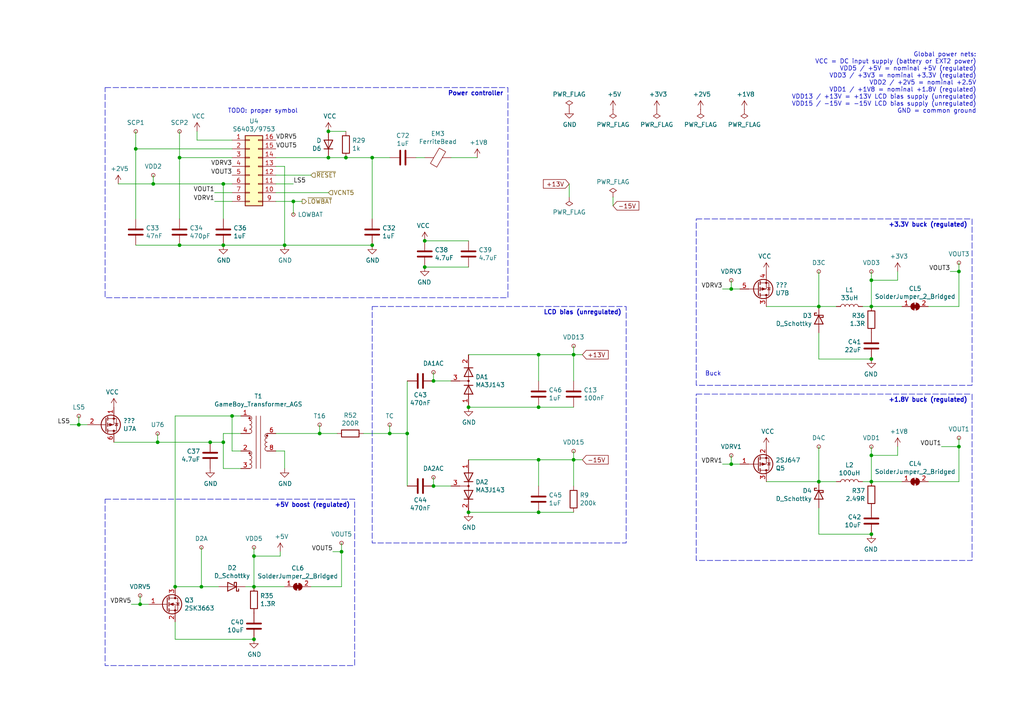
<source format=kicad_sch>
(kicad_sch (version 20230121) (generator eeschema)
  (paper "A4")
  (title_block (title "AGS-CPU-11") (date "2022-01-02") (rev "D") (company "https://gekkio.fi") (comment 1 "https://github.com/Gekkio/gb-schematics"))
  (lib_symbols
    (symbol "Connector:TestPoint_Small" (pin_numbers hide) (pin_names (offset 0.762) hide)
      (property "Reference" "TP" (at 0 3.81 0))
      (property "Value" "TestPoint_Small" (at 0 2.032 0))
      (symbol "TestPoint_Small_0_1"
        (circle (center 0 0) (radius 0.508))
      )
      (symbol "TestPoint_Small_1_1"
        (pin passive line (at 0 0 90) (length 0) (name "1") (number "1"))
      )
    )
    (symbol "Connector_Generic:Conn_02x08_Counter_Clockwise" (pin_names (offset 1.016) hide)
      (property "Reference" "J" (at 1.27 10.16 0))
      (property "Value" "Conn_02x08_Counter_Clockwise" (at 1.27 -12.7 0))
      (symbol "Conn_02x08_Counter_Clockwise_1_1"
        (rectangle (start -1.27 -10.033) (end 0 -10.287) (stroke (width 0.1524)))
        (rectangle (start -1.27 -7.493) (end 0 -7.747) (stroke (width 0.1524)))
        (rectangle (start -1.27 -4.953) (end 0 -5.207) (stroke (width 0.1524)))
        (rectangle (start -1.27 -2.413) (end 0 -2.667) (stroke (width 0.1524)))
        (rectangle (start -1.27 0.127) (end 0 -0.127) (stroke (width 0.1524)))
        (rectangle (start -1.27 2.667) (end 0 2.413) (stroke (width 0.1524)))
        (rectangle (start -1.27 5.207) (end 0 4.953) (stroke (width 0.1524)))
        (rectangle (start -1.27 7.747) (end 0 7.493) (stroke (width 0.1524)))
        (rectangle (start -1.27 8.89) (end 3.81 -11.43) (stroke (width 0.254)) (fill (type background)))
        (rectangle (start 3.81 -10.033) (end 2.54 -10.287) (stroke (width 0.1524)))
        (rectangle (start 3.81 -7.493) (end 2.54 -7.747) (stroke (width 0.1524)))
        (rectangle (start 3.81 -4.953) (end 2.54 -5.207) (stroke (width 0.1524)))
        (rectangle (start 3.81 -2.413) (end 2.54 -2.667) (stroke (width 0.1524)))
        (rectangle (start 3.81 0.127) (end 2.54 -0.127) (stroke (width 0.1524)))
        (rectangle (start 3.81 2.667) (end 2.54 2.413) (stroke (width 0.1524)))
        (rectangle (start 3.81 5.207) (end 2.54 4.953) (stroke (width 0.1524)))
        (rectangle (start 3.81 7.747) (end 2.54 7.493) (stroke (width 0.1524)))
        (pin passive line (at -5.08 7.62 0) (length 3.81) (name "Pin_1") (number "1"))
        (pin passive line (at 7.62 -7.62 180) (length 3.81) (name "Pin_10") (number "10"))
        (pin passive line (at 7.62 -5.08 180) (length 3.81) (name "Pin_11") (number "11"))
        (pin passive line (at 7.62 -2.54 180) (length 3.81) (name "Pin_12") (number "12"))
        (pin passive line (at 7.62 0 180) (length 3.81) (name "Pin_13") (number "13"))
        (pin passive line (at 7.62 2.54 180) (length 3.81) (name "Pin_14") (number "14"))
        (pin passive line (at 7.62 5.08 180) (length 3.81) (name "Pin_15") (number "15"))
        (pin passive line (at 7.62 7.62 180) (length 3.81) (name "Pin_16") (number "16"))
        (pin passive line (at -5.08 5.08 0) (length 3.81) (name "Pin_2") (number "2"))
        (pin passive line (at -5.08 2.54 0) (length 3.81) (name "Pin_3") (number "3"))
        (pin passive line (at -5.08 0 0) (length 3.81) (name "Pin_4") (number "4"))
        (pin passive line (at -5.08 -2.54 0) (length 3.81) (name "Pin_5") (number "5"))
        (pin passive line (at -5.08 -5.08 0) (length 3.81) (name "Pin_6") (number "6"))
        (pin passive line (at -5.08 -7.62 0) (length 3.81) (name "Pin_7") (number "7"))
        (pin passive line (at -5.08 -10.16 0) (length 3.81) (name "Pin_8") (number "8"))
        (pin passive line (at 7.62 -10.16 180) (length 3.81) (name "Pin_9") (number "9"))
      )
    )
    (symbol "Device:C" (pin_numbers hide) (pin_names (offset 0.254))
      (property "Reference" "C" (at 0.635 2.54 0))
      (property "Value" "C" (at 0.635 -2.54 0))
      (symbol "C_0_1"
        (polyline (pts (xy -2.032 -0.762) (xy 2.032 -0.762)) (stroke (width 0.508)))
        (polyline (pts (xy -2.032 0.762) (xy 2.032 0.762)) (stroke (width 0.508)))
      )
      (symbol "C_1_1"
        (pin passive line (at 0 3.81 270) (length 2.794) (name "~") (number "1"))
        (pin passive line (at 0 -3.81 90) (length 2.794) (name "~") (number "2"))
      )
    )
    (symbol "Device:D" (pin_numbers hide) (pin_names (offset 1.016) hide)
      (property "Reference" "D" (at 0 2.54 0))
      (property "Value" "D" (at 0 -2.54 0))
      (symbol "D_0_1"
        (polyline (pts (xy -1.27 1.27) (xy -1.27 -1.27)) (stroke (width 0.254)))
        (polyline (pts (xy 1.27 0) (xy -1.27 0)))
        (polyline (pts (xy 1.27 1.27) (xy 1.27 -1.27) (xy -1.27 0) (xy 1.27 1.27)) (stroke (width 0.254)))
      )
      (symbol "D_1_1"
        (pin passive line (at -3.81 0 0) (length 2.54) (name "K") (number "1"))
        (pin passive line (at 3.81 0 180) (length 2.54) (name "A") (number "2"))
      )
    )
    (symbol "Device:D_Dual_Series_AKC" (pin_names (offset 0.762) hide)
      (property "Reference" "D" (at 1.27 -2.54 0))
      (property "Value" "D_Dual_Series_AKC" (at 0 2.54 0))
      (symbol "D_Dual_Series_AKC_0_1"
        (polyline (pts (xy -3.81 0) (xy 3.81 0)))
        (polyline (pts (xy 0 0) (xy 0 -2.54)))
        (polyline (pts (xy 6.35 0) (xy 7.62 0)))
        (polyline (pts (xy -1.27 -1.27) (xy -1.27 1.27) (xy -1.27 1.27)) (stroke (width 0.254)))
        (polyline (pts (xy 3.81 1.27) (xy 3.81 -1.27) (xy 3.81 -1.27)) (stroke (width 0.254)))
        (polyline (pts (xy -3.81 1.27) (xy -1.27 0) (xy -3.81 -1.27) (xy -3.81 1.27) (xy -3.81 1.27) (xy -3.81 1.27)) (stroke (width 0.254)))
        (polyline (pts (xy 1.27 1.27) (xy 3.81 0) (xy 1.27 -1.27) (xy 1.27 1.27) (xy 1.27 1.27) (xy 1.27 1.27)) (stroke (width 0.254)))
        (circle (center 0 0) (radius 0.254) (fill (type outline)))
        (pin passive line (at -7.62 0 0) (length 3.81) (name "A") (number "1"))
        (pin passive line (at 7.62 0 180) (length 3.81) (name "K") (number "2"))
        (pin passive line (at 0 -5.08 90) (length 2.54) (name "common") (number "3"))
      )
    )
    (symbol "Device:D_Schottky" (pin_numbers hide) (pin_names (offset 1.016) hide)
      (property "Reference" "D" (at 0 2.54 0))
      (property "Value" "D_Schottky" (at 0 -2.54 0))
      (symbol "D_Schottky_0_1"
        (polyline (pts (xy 1.27 0) (xy -1.27 0)))
        (polyline (pts (xy 1.27 1.27) (xy 1.27 -1.27) (xy -1.27 0) (xy 1.27 1.27)) (stroke (width 0.254)))
        (polyline (pts (xy -1.905 0.635) (xy -1.905 1.27) (xy -1.27 1.27) (xy -1.27 -1.27) (xy -0.635 -1.27) (xy -0.635 -0.635)) (stroke (width 0.254)))
      )
      (symbol "D_Schottky_1_1"
        (pin passive line (at -3.81 0 0) (length 2.54) (name "K") (number "1"))
        (pin passive line (at 3.81 0 180) (length 2.54) (name "A") (number "2"))
      )
    )
    (symbol "Device:FerriteBead" (pin_numbers hide) (pin_names (offset 0))
      (property "Reference" "FB" (at -3.81 0.635 90))
      (property "Value" "FerriteBead" (at 3.81 0 90))
      (symbol "FerriteBead_0_1"
        (polyline (pts (xy 0 -1.27) (xy 0 -1.2192)))
        (polyline (pts (xy 0 1.27) (xy 0 1.2954)))
        (polyline (pts (xy -2.7686 0.4064) (xy -1.7018 2.2606) (xy 2.7686 -0.3048) (xy 1.6764 -2.159) (xy -2.7686 0.4064)))
      )
      (symbol "FerriteBead_1_1"
        (pin passive line (at 0 3.81 270) (length 2.54) (name "~") (number "1"))
        (pin passive line (at 0 -3.81 90) (length 2.54) (name "~") (number "2"))
      )
    )
    (symbol "Device:L" (pin_numbers hide) (pin_names (offset 1.016) hide)
      (property "Reference" "L" (at -1.27 0 90))
      (property "Value" "L" (at 1.905 0 90))
      (symbol "L_0_1"
        (arc (start 0 -2.54) (mid 0.6323 -1.905) (end 0 -1.27))
        (arc (start 0 -1.27) (mid 0.6323 -0.635) (end 0 0))
        (arc (start 0 0) (mid 0.6323 0.635) (end 0 1.27))
        (arc (start 0 1.27) (mid 0.6323 1.905) (end 0 2.54))
      )
      (symbol "L_1_1"
        (pin passive line (at 0 3.81 270) (length 1.27) (name "1") (number "1"))
        (pin passive line (at 0 -3.81 90) (length 1.27) (name "2") (number "2"))
      )
    )
    (symbol "Device:Q_Dual_PMOS_S1G1D2S2G2D1" (pin_names (offset 0) hide)
      (property "Reference" "Q" (at 6.35 1.27 0))
      (property "Value" "Q_Dual_PMOS_S1G1D2S2G2D1" (at 19.05 -1.27 0))
      (symbol "Q_Dual_PMOS_S1G1D2S2G2D1_0_1"
        (polyline (pts (xy 0.254 0) (xy -2.54 0)))
        (polyline (pts (xy 0.254 1.905) (xy 0.254 -1.905)) (stroke (width 0.254)))
        (polyline (pts (xy 0.762 -1.27) (xy 0.762 -2.286)) (stroke (width 0.254)))
        (polyline (pts (xy 0.762 0.508) (xy 0.762 -0.508)) (stroke (width 0.254)))
        (polyline (pts (xy 0.762 2.286) (xy 0.762 1.27)) (stroke (width 0.254)))
        (polyline (pts (xy 2.54 2.54) (xy 2.54 1.778)))
        (polyline (pts (xy 2.54 -2.54) (xy 2.54 0) (xy 0.762 0)))
        (polyline (pts (xy 0.762 1.778) (xy 3.302 1.778) (xy 3.302 -1.778) (xy 0.762 -1.778)))
        (polyline (pts (xy 2.286 0) (xy 1.27 0.381) (xy 1.27 -0.381) (xy 2.286 0)) (fill (type outline)))
        (polyline (pts (xy 2.794 -0.508) (xy 2.921 -0.381) (xy 3.683 -0.381) (xy 3.81 -0.254)))
        (polyline (pts (xy 3.302 -0.381) (xy 2.921 0.254) (xy 3.683 0.254) (xy 3.302 -0.381)))
        (circle (center 1.651 0) (radius 2.794) (stroke (width 0.254)))
        (circle (center 2.54 -1.778) (radius 0.254) (fill (type outline)))
        (circle (center 2.54 1.778) (radius 0.254) (fill (type outline)))
      )
      (symbol "Q_Dual_PMOS_S1G1D2S2G2D1_1_1"
        (pin passive line (at 2.54 -5.08 90) (length 2.54) (name "S") (number "1"))
        (pin input line (at -5.08 0 0) (length 2.54) (name "G") (number "2"))
        (pin passive line (at 2.54 5.08 270) (length 2.54) (name "D") (number "6"))
      )
      (symbol "Q_Dual_PMOS_S1G1D2S2G2D1_2_1"
        (pin passive line (at 2.54 5.08 270) (length 2.54) (name "D") (number "3"))
        (pin passive line (at 2.54 -5.08 90) (length 2.54) (name "S") (number "4"))
        (pin input line (at -5.08 0 0) (length 2.54) (name "G") (number "5"))
      )
    )
    (symbol "Device:Q_NMOS_GSD" (pin_names (offset 0) hide)
      (property "Reference" "Q" (at 5.08 1.27 0))
      (property "Value" "Q_NMOS_GSD" (at 5.08 -1.27 0))
      (symbol "Q_NMOS_GSD_0_1"
        (polyline (pts (xy 0.254 0) (xy -2.54 0)))
        (polyline (pts (xy 0.254 1.905) (xy 0.254 -1.905)) (stroke (width 0.254)))
        (polyline (pts (xy 0.762 -1.27) (xy 0.762 -2.286)) (stroke (width 0.254)))
        (polyline (pts (xy 0.762 0.508) (xy 0.762 -0.508)) (stroke (width 0.254)))
        (polyline (pts (xy 0.762 2.286) (xy 0.762 1.27)) (stroke (width 0.254)))
        (polyline (pts (xy 2.54 2.54) (xy 2.54 1.778)))
        (polyline (pts (xy 2.54 -2.54) (xy 2.54 0) (xy 0.762 0)))
        (polyline (pts (xy 0.762 -1.778) (xy 3.302 -1.778) (xy 3.302 1.778) (xy 0.762 1.778)))
        (polyline (pts (xy 1.016 0) (xy 2.032 0.381) (xy 2.032 -0.381) (xy 1.016 0)) (fill (type outline)))
        (polyline (pts (xy 2.794 0.508) (xy 2.921 0.381) (xy 3.683 0.381) (xy 3.81 0.254)))
        (polyline (pts (xy 3.302 0.381) (xy 2.921 -0.254) (xy 3.683 -0.254) (xy 3.302 0.381)))
        (circle (center 1.651 0) (radius 2.794) (stroke (width 0.254)))
        (circle (center 2.54 -1.778) (radius 0.254) (fill (type outline)))
        (circle (center 2.54 1.778) (radius 0.254) (fill (type outline)))
      )
      (symbol "Q_NMOS_GSD_1_1"
        (pin input line (at -5.08 0 0) (length 2.54) (name "G") (number "1"))
        (pin passive line (at 2.54 -5.08 90) (length 2.54) (name "S") (number "2"))
        (pin passive line (at 2.54 5.08 270) (length 2.54) (name "D") (number "3"))
      )
    )
    (symbol "Device:Q_PMOS_GSD" (pin_names (offset 0) hide)
      (property "Reference" "Q" (at 5.08 1.27 0))
      (property "Value" "Q_PMOS_GSD" (at 5.08 -1.27 0))
      (symbol "Q_PMOS_GSD_0_1"
        (polyline (pts (xy 0.254 0) (xy -2.54 0)))
        (polyline (pts (xy 0.254 1.905) (xy 0.254 -1.905)) (stroke (width 0.254)))
        (polyline (pts (xy 0.762 -1.27) (xy 0.762 -2.286)) (stroke (width 0.254)))
        (polyline (pts (xy 0.762 0.508) (xy 0.762 -0.508)) (stroke (width 0.254)))
        (polyline (pts (xy 0.762 2.286) (xy 0.762 1.27)) (stroke (width 0.254)))
        (polyline (pts (xy 2.54 2.54) (xy 2.54 1.778)))
        (polyline (pts (xy 2.54 -2.54) (xy 2.54 0) (xy 0.762 0)))
        (polyline (pts (xy 0.762 1.778) (xy 3.302 1.778) (xy 3.302 -1.778) (xy 0.762 -1.778)))
        (polyline (pts (xy 2.286 0) (xy 1.27 0.381) (xy 1.27 -0.381) (xy 2.286 0)) (fill (type outline)))
        (polyline (pts (xy 2.794 -0.508) (xy 2.921 -0.381) (xy 3.683 -0.381) (xy 3.81 -0.254)))
        (polyline (pts (xy 3.302 -0.381) (xy 2.921 0.254) (xy 3.683 0.254) (xy 3.302 -0.381)))
        (circle (center 1.651 0) (radius 2.794) (stroke (width 0.254)))
        (circle (center 2.54 -1.778) (radius 0.254) (fill (type outline)))
        (circle (center 2.54 1.778) (radius 0.254) (fill (type outline)))
      )
      (symbol "Q_PMOS_GSD_1_1"
        (pin input line (at -5.08 0 0) (length 2.54) (name "G") (number "1"))
        (pin passive line (at 2.54 -5.08 90) (length 2.54) (name "S") (number "2"))
        (pin passive line (at 2.54 5.08 270) (length 2.54) (name "D") (number "3"))
      )
    )
    (symbol "Device:R" (pin_numbers hide) (pin_names (offset 0))
      (property "Reference" "R" (at 2.032 0 90))
      (property "Value" "R" (at 0 0 90))
      (symbol "R_0_1"
        (rectangle (start -1.016 -2.54) (end 1.016 2.54) (stroke (width 0.254)))
      )
      (symbol "R_1_1"
        (pin passive line (at 0 3.81 270) (length 1.27) (name "~") (number "1"))
        (pin passive line (at 0 -3.81 90) (length 1.27) (name "~") (number "2"))
      )
    )
    (symbol "Gekkio_Transformer:GameBoy_Transformer_AGS"
      (property "Reference" "T" (at 0 10.16 0))
      (property "Value" "GameBoy_Transformer_AGS" (at 0 -10.16 0))
      (symbol "GameBoy_Transformer_AGS_1_1"
        (arc (start -2.54 -7.62) (mid -1.9077 -6.985) (end -2.54 -6.35))
        (arc (start -2.54 -6.35) (mid -1.9077 -5.715) (end -2.54 -5.08))
        (arc (start -2.54 -5.08) (mid -1.9077 -4.445) (end -2.54 -3.81))
        (arc (start -2.54 -3.81) (mid -1.9077 -3.175) (end -2.54 -2.54))
        (circle (center -2.54 -3.175) (radius 0.254) (fill (type outline)))
        (arc (start -2.54 2.54) (mid -1.9077 3.175) (end -2.54 3.81))
        (arc (start -2.54 3.81) (mid -1.9077 4.445) (end -2.54 5.08))
        (arc (start -2.54 5.08) (mid -1.9077 5.715) (end -2.54 6.35))
        (arc (start -2.54 6.35) (mid -1.9077 6.985) (end -2.54 7.62))
        (circle (center -2.54 6.985) (radius 0.254) (fill (type outline)))
        (polyline (pts (xy -0.635 7.62) (xy -0.635 -7.62)))
        (polyline (pts (xy 0.635 -7.62) (xy 0.635 7.62)))
        (arc (start 2.54 -1.27) (mid 1.9077 -1.905) (end 2.54 -2.54))
        (arc (start 2.54 0) (mid 1.9077 -0.635) (end 2.54 -1.27))
        (arc (start 2.54 1.27) (mid 1.9077 0.635) (end 2.54 0))
        (circle (center 2.54 1.905) (radius 0.254) (fill (type outline)))
        (arc (start 2.54 2.54) (mid 1.9077 1.905) (end 2.54 1.27))
        (pin passive line (at -5.08 7.62 0) (length 2.54) (name "~") (number "1"))
        (pin passive line (at -5.08 -2.54 0) (length 2.54) (name "~") (number "2"))
        (pin passive line (at -5.08 -7.62 0) (length 2.54) (name "~") (number "3"))
        (pin passive line (at -5.08 2.54 0) (length 2.54) (name "~") (number "4"))
        (pin no_connect line (at 0 5.08 0) (length 2.54) hide (name "NC") (number "5"))
        (pin passive line (at 5.08 2.54 180) (length 2.54) (name "~") (number "6"))
        (pin no_connect line (at 0 -5.08 0) (length 2.54) hide (name "NC") (number "7"))
        (pin passive line (at 5.08 -2.54 180) (length 2.54) (name "~") (number "8"))
      )
    )
    (symbol "Jumper:SolderJumper_2_Bridged" (pin_names (offset 0) hide)
      (property "Reference" "JP" (at 0 2.032 0))
      (property "Value" "SolderJumper_2_Bridged" (at 0 -2.54 0))
      (symbol "SolderJumper_2_Bridged_0_1"
        (rectangle (start -0.508 0.508) (end 0.508 -0.508) (fill (type outline)))
        (arc (start -0.254 1.016) (mid -1.2656 0) (end -0.254 -1.016))
        (arc (start -0.254 1.016) (mid -1.2656 0) (end -0.254 -1.016) (fill (type outline)))
        (polyline (pts (xy -0.254 1.016) (xy -0.254 -1.016)))
        (polyline (pts (xy 0.254 1.016) (xy 0.254 -1.016)))
        (arc (start 0.254 -1.016) (mid 1.2656 0) (end 0.254 1.016))
        (arc (start 0.254 -1.016) (mid 1.2656 0) (end 0.254 1.016) (fill (type outline)))
      )
      (symbol "SolderJumper_2_Bridged_1_1"
        (pin passive line (at -3.81 0 0) (length 2.54) (name "A") (number "1"))
        (pin passive line (at 3.81 0 180) (length 2.54) (name "B") (number "2"))
      )
    )
    (symbol "power:+1V8" (power) (pin_names (offset 0))
      (property "Value" "+1V8" (at 0 3.556 0))
      (symbol "+1V8_0_1"
        (polyline (pts (xy -0.762 1.27) (xy 0 2.54)))
        (polyline (pts (xy 0 0) (xy 0 2.54)))
        (polyline (pts (xy 0 2.54) (xy 0.762 1.27)))
      )
      (symbol "+1V8_1_1"
        (pin power_in line (at 0 0 90) (length 0) hide (name "+1V8") (number "1"))
      )
    )
    (symbol "power:+2V5" (power) (pin_names (offset 0))
      (property "Value" "+2V5" (at 0 3.556 0))
      (symbol "+2V5_0_1"
        (polyline (pts (xy -0.762 1.27) (xy 0 2.54)))
        (polyline (pts (xy 0 0) (xy 0 2.54)))
        (polyline (pts (xy 0 2.54) (xy 0.762 1.27)))
      )
      (symbol "+2V5_1_1"
        (pin power_in line (at 0 0 90) (length 0) hide (name "+2V5") (number "1"))
      )
    )
    (symbol "power:+3V3" (power) (pin_names (offset 0))
      (property "Value" "+3V3" (at 0 3.556 0))
      (symbol "+3V3_0_1"
        (polyline (pts (xy -0.762 1.27) (xy 0 2.54)))
        (polyline (pts (xy 0 0) (xy 0 2.54)))
        (polyline (pts (xy 0 2.54) (xy 0.762 1.27)))
      )
      (symbol "+3V3_1_1"
        (pin power_in line (at 0 0 90) (length 0) hide (name "+3V3") (number "1"))
      )
    )
    (symbol "power:+5V" (power) (pin_names (offset 0))
      (property "Value" "+5V" (at 0 3.556 0))
      (symbol "+5V_0_1"
        (polyline (pts (xy -0.762 1.27) (xy 0 2.54)))
        (polyline (pts (xy 0 0) (xy 0 2.54)))
        (polyline (pts (xy 0 2.54) (xy 0.762 1.27)))
      )
      (symbol "+5V_1_1"
        (pin power_in line (at 0 0 90) (length 0) hide (name "+5V") (number "1"))
      )
    )
    (symbol "power:GND" (power) (pin_names (offset 0))
      (property "Value" "GND" (at 0 -3.81 0))
      (symbol "GND_0_1"
        (polyline (pts (xy 0 0) (xy 0 -1.27) (xy 1.27 -1.27) (xy 0 -2.54) (xy -1.27 -1.27) (xy 0 -1.27)))
      )
      (symbol "GND_1_1"
        (pin power_in line (at 0 0 270) (length 0) hide (name "GND") (number "1"))
      )
    )
    (symbol "power:PWR_FLAG" (power) (pin_numbers hide) (pin_names (offset 0) hide)
      (property "Value" "PWR_FLAG" (at 0 3.81 0))
      (symbol "PWR_FLAG_0_0"
        (pin power_out line (at 0 0 90) (length 0) (name "pwr") (number "1"))
      )
      (symbol "PWR_FLAG_0_1"
        (polyline (pts (xy 0 0) (xy 0 1.27) (xy -1.016 1.905) (xy 0 2.54) (xy 1.016 1.905) (xy 0 1.27)))
      )
    )
    (symbol "power:VCC" (power) (pin_names (offset 0))
      (property "Value" "VCC" (at 0 3.81 0))
      (symbol "VCC_0_1"
        (polyline (pts (xy -0.762 1.27) (xy 0 2.54)))
        (polyline (pts (xy 0 0) (xy 0 2.54)))
        (polyline (pts (xy 0 2.54) (xy 0.762 1.27)))
      )
      (symbol "VCC_1_1"
        (pin power_in line (at 0 0 90) (length 0) hide (name "VCC") (number "1"))
      )
    )
  )
  (junction (at 166.37 133.35))
  (junction (at 40.64 175.26))
  (junction (at 252.73 132.08))
  (junction (at 82.55 71.12))
  (junction (at 73.66 170.18))
  (junction (at 212.09 83.82))
  (junction (at 252.73 81.28))
  (junction (at 64.77 128.27))
  (junction (at 237.49 139.7))
  (junction (at 252.73 139.7))
  (junction (at 58.42 170.18))
  (junction (at 99.06 160.02))
  (junction (at 92.71 125.73))
  (junction (at 123.19 77.47))
  (junction (at 107.95 45.72))
  (junction (at 135.89 118.11))
  (junction (at 125.73 140.97))
  (junction (at 135.89 148.59))
  (junction (at 156.21 133.35))
  (junction (at 45.72 128.27))
  (junction (at 64.77 53.34))
  (junction (at 252.73 154.94))
  (junction (at 73.66 161.29))
  (junction (at 44.45 53.34))
  (junction (at 39.37 43.18))
  (junction (at 95.25 45.72))
  (junction (at 73.66 185.42))
  (junction (at 50.8 170.18))
  (junction (at 107.95 71.12))
  (junction (at 252.73 104.14))
  (junction (at 278.13 78.74))
  (junction (at 95.25 38.1))
  (junction (at 67.31 120.65))
  (junction (at 60.96 128.27))
  (junction (at 237.49 88.9))
  (junction (at 85.09 58.42))
  (junction (at 52.07 71.12))
  (junction (at 64.77 71.12))
  (junction (at 100.33 45.72))
  (junction (at 52.07 45.72))
  (junction (at 156.21 148.59))
  (junction (at 156.21 102.87))
  (junction (at 212.09 134.62))
  (junction (at 118.11 125.73))
  (junction (at 156.21 118.11))
  (junction (at 166.37 102.87))
  (junction (at 22.86 123.19))
  (junction (at 113.03 125.73))
  (junction (at 123.19 69.85))
  (junction (at 278.13 129.54))
  (junction (at 125.73 110.49))
  (junction (at 252.73 88.9))
  (wire (pts (xy 99.06 170.18) (xy 99.06 160.02)))
  (wire (pts (xy 113.03 45.72) (xy 107.95 45.72)))
  (wire (pts (xy 130.81 110.49) (xy 125.73 110.49)))
  (wire (pts (xy 237.49 129.54) (xy 237.49 139.7)))
  (wire (pts (xy 22.86 120.65) (xy 22.86 123.19)))
  (wire (pts (xy 166.37 148.59) (xy 156.21 148.59)))
  (wire (pts (xy 166.37 102.87) (xy 166.37 110.49)))
  (wire (pts (xy 67.31 45.72) (xy 52.07 45.72)))
  (wire (pts (xy 118.11 125.73) (xy 118.11 110.49)))
  (wire (pts (xy 242.57 88.9) (xy 237.49 88.9)))
  (wire (pts (xy 80.01 48.26) (xy 82.55 48.26)))
  (wire (pts (xy 113.03 125.73) (xy 118.11 125.73)))
  (wire (pts (xy 38.1 175.26) (xy 40.64 175.26)))
  (wire (pts (xy 273.05 129.54) (xy 278.13 129.54)))
  (wire (pts (xy 135.89 133.35) (xy 156.21 133.35)))
  (wire (pts (xy 107.95 63.5) (xy 107.95 45.72)))
  (wire (pts (xy 156.21 118.11) (xy 135.89 118.11)))
  (wire (pts (xy 156.21 102.87) (xy 166.37 102.87)))
  (wire (pts (xy 20.32 123.19) (xy 22.86 123.19)))
  (wire (pts (xy 64.77 125.73) (xy 69.85 125.73)))
  (wire (pts (xy 39.37 43.18) (xy 39.37 63.5)))
  (wire (pts (xy 260.35 81.28) (xy 260.35 78.74)))
  (wire (pts (xy 125.73 107.95) (xy 125.73 110.49)))
  (wire (pts (xy 252.73 129.54) (xy 252.73 132.08)))
  (wire (pts (xy 275.59 78.74) (xy 278.13 78.74)))
  (wire (pts (xy 166.37 130.81) (xy 166.37 133.35)))
  (wire (pts (xy 85.09 53.34) (xy 80.01 53.34)))
  (wire (pts (xy 120.65 45.72) (xy 123.19 45.72)))
  (wire (pts (xy 45.72 128.27) (xy 60.96 128.27)))
  (wire (pts (xy 22.86 123.19) (xy 25.4 123.19)))
  (wire (pts (xy 80.01 58.42) (xy 85.09 58.42)))
  (wire (pts (xy 57.15 40.64) (xy 57.15 38.1)))
  (wire (pts (xy 237.49 139.7) (xy 222.25 139.7)))
  (wire (pts (xy 252.73 81.28) (xy 252.73 78.74)))
  (wire (pts (xy 130.81 45.72) (xy 138.43 45.72)))
  (wire (pts (xy 45.72 125.73) (xy 45.72 128.27)))
  (wire (pts (xy 237.49 96.52) (xy 237.49 104.14)))
  (wire (pts (xy 64.77 53.34) (xy 64.77 63.5)))
  (wire (pts (xy 90.17 170.18) (xy 99.06 170.18)))
  (wire (pts (xy 156.21 133.35) (xy 156.21 140.97)))
  (wire (pts (xy 52.07 38.1) (xy 52.07 45.72)))
  (wire (pts (xy 67.31 40.64) (xy 57.15 40.64)))
  (wire (pts (xy 69.85 130.81) (xy 67.31 130.81)))
  (wire (pts (xy 100.33 45.72) (xy 107.95 45.72)))
  (wire (pts (xy 252.73 139.7) (xy 261.62 139.7)))
  (wire (pts (xy 73.66 170.18) (xy 82.55 170.18)))
  (wire (pts (xy 96.52 160.02) (xy 99.06 160.02)))
  (wire (pts (xy 278.13 76.2) (xy 278.13 78.74)))
  (wire (pts (xy 44.45 50.8) (xy 44.45 53.34)))
  (wire (pts (xy 260.35 132.08) (xy 260.35 129.54)))
  (wire (pts (xy 81.28 161.29) (xy 81.28 160.02)))
  (wire (pts (xy 62.23 58.42) (xy 67.31 58.42)))
  (wire (pts (xy 58.42 158.75) (xy 58.42 170.18)))
  (wire (pts (xy 250.19 139.7) (xy 252.73 139.7)))
  (wire (pts (xy 212.09 83.82) (xy 214.63 83.82)))
  (wire (pts (xy 64.77 71.12) (xy 82.55 71.12)))
  (wire (pts (xy 34.29 53.34) (xy 44.45 53.34)))
  (wire (pts (xy 156.21 148.59) (xy 135.89 148.59)))
  (wire (pts (xy 260.35 132.08) (xy 252.73 132.08)))
  (wire (pts (xy 237.49 88.9) (xy 222.25 88.9)))
  (wire (pts (xy 252.73 132.08) (xy 252.73 139.7)))
  (wire (pts (xy 82.55 48.26) (xy 82.55 71.12)))
  (wire (pts (xy 62.23 55.88) (xy 67.31 55.88)))
  (wire (pts (xy 168.91 133.35) (xy 166.37 133.35)))
  (wire (pts (xy 166.37 100.33) (xy 166.37 102.87)))
  (wire (pts (xy 85.09 58.42) (xy 85.09 62.23)))
  (wire (pts (xy 278.13 139.7) (xy 278.13 129.54)))
  (wire (pts (xy 80.01 55.88) (xy 95.25 55.88)))
  (wire (pts (xy 40.64 175.26) (xy 43.18 175.26)))
  (wire (pts (xy 269.24 139.7) (xy 278.13 139.7)))
  (wire (pts (xy 39.37 43.18) (xy 67.31 43.18)))
  (wire (pts (xy 82.55 71.12) (xy 107.95 71.12)))
  (wire (pts (xy 52.07 45.72) (xy 52.07 63.5)))
  (wire (pts (xy 177.8 59.69) (xy 177.8 57.15)))
  (wire (pts (xy 40.64 172.72) (xy 40.64 175.26)))
  (wire (pts (xy 242.57 139.7) (xy 237.49 139.7)))
  (wire (pts (xy 237.49 104.14) (xy 252.73 104.14)))
  (wire (pts (xy 71.12 170.18) (xy 73.66 170.18)))
  (wire (pts (xy 80.01 50.8) (xy 90.17 50.8)))
  (wire (pts (xy 165.1 53.34) (xy 165.1 57.15)))
  (wire (pts (xy 81.28 161.29) (xy 73.66 161.29)))
  (wire (pts (xy 73.66 161.29) (xy 73.66 170.18)))
  (wire (pts (xy 92.71 125.73) (xy 97.79 125.73)))
  (wire (pts (xy 92.71 123.19) (xy 92.71 125.73)))
  (wire (pts (xy 105.41 125.73) (xy 113.03 125.73)))
  (wire (pts (xy 278.13 88.9) (xy 278.13 78.74)))
  (wire (pts (xy 209.55 83.82) (xy 212.09 83.82)))
  (wire (pts (xy 135.89 77.47) (xy 123.19 77.47)))
  (wire (pts (xy 252.73 88.9) (xy 250.19 88.9)))
  (wire (pts (xy 130.81 140.97) (xy 125.73 140.97)))
  (wire (pts (xy 73.66 158.75) (xy 73.66 161.29)))
  (wire (pts (xy 67.31 120.65) (xy 69.85 120.65)))
  (wire (pts (xy 156.21 110.49) (xy 156.21 102.87)))
  (wire (pts (xy 209.55 134.62) (xy 212.09 134.62)))
  (wire (pts (xy 212.09 134.62) (xy 214.63 134.62)))
  (wire (pts (xy 64.77 128.27) (xy 60.96 128.27)))
  (wire (pts (xy 260.35 81.28) (xy 252.73 81.28)))
  (wire (pts (xy 118.11 140.97) (xy 118.11 125.73)))
  (wire (pts (xy 135.89 102.87) (xy 156.21 102.87)))
  (wire (pts (xy 69.85 135.89) (xy 64.77 135.89)))
  (wire (pts (xy 80.01 45.72) (xy 95.25 45.72)))
  (wire (pts (xy 269.24 88.9) (xy 278.13 88.9)))
  (wire (pts (xy 113.03 123.19) (xy 113.03 125.73)))
  (wire (pts (xy 39.37 38.1) (xy 39.37 43.18)))
  (wire (pts (xy 125.73 138.43) (xy 125.73 140.97)))
  (wire (pts (xy 212.09 81.28) (xy 212.09 83.82)))
  (wire (pts (xy 67.31 130.81) (xy 67.31 120.65)))
  (wire (pts (xy 80.01 130.81) (xy 82.55 130.81)))
  (wire (pts (xy 58.42 170.18) (xy 50.8 170.18)))
  (wire (pts (xy 237.49 78.74) (xy 237.49 88.9)))
  (wire (pts (xy 166.37 133.35) (xy 166.37 140.97)))
  (wire (pts (xy 63.5 170.18) (xy 58.42 170.18)))
  (wire (pts (xy 44.45 53.34) (xy 64.77 53.34)))
  (wire (pts (xy 67.31 53.34) (xy 64.77 53.34)))
  (wire (pts (xy 156.21 133.35) (xy 166.37 133.35)))
  (wire (pts (xy 50.8 185.42) (xy 73.66 185.42)))
  (wire (pts (xy 166.37 102.87) (xy 168.91 102.87)))
  (wire (pts (xy 85.09 58.42) (xy 87.63 58.42)))
  (wire (pts (xy 33.02 128.27) (xy 45.72 128.27)))
  (wire (pts (xy 99.06 157.48) (xy 99.06 160.02)))
  (wire (pts (xy 64.77 135.89) (xy 64.77 128.27)))
  (wire (pts (xy 64.77 128.27) (xy 64.77 125.73)))
  (wire (pts (xy 278.13 127) (xy 278.13 129.54)))
  (wire (pts (xy 252.73 81.28) (xy 252.73 88.9)))
  (wire (pts (xy 237.49 147.32) (xy 237.49 154.94)))
  (wire (pts (xy 95.25 38.1) (xy 100.33 38.1)))
  (wire (pts (xy 123.19 69.85) (xy 135.89 69.85)))
  (wire (pts (xy 82.55 130.81) (xy 82.55 135.89)))
  (wire (pts (xy 166.37 118.11) (xy 156.21 118.11)))
  (wire (pts (xy 52.07 71.12) (xy 39.37 71.12)))
  (wire (pts (xy 95.25 45.72) (xy 100.33 45.72)))
  (wire (pts (xy 212.09 132.08) (xy 212.09 134.62)))
  (wire (pts (xy 237.49 154.94) (xy 252.73 154.94)))
  (wire (pts (xy 50.8 120.65) (xy 67.31 120.65)))
  (wire (pts (xy 52.07 71.12) (xy 64.77 71.12)))
  (wire (pts (xy 80.01 125.73) (xy 92.71 125.73)))
  (wire (pts (xy 50.8 180.34) (xy 50.8 185.42)))
  (wire (pts (xy 252.73 88.9) (xy 261.62 88.9)))
  (wire (pts (xy 50.8 120.65) (xy 50.8 170.18)))
  (rectangle (start 107.95 88.9) (end 181.61 157.48) (stroke (width 0) (type dash)))
  (rectangle (start 201.93 114.3) (end 281.94 162.56) (stroke (width 0) (type dash)))
  (rectangle (start 30.48 25.4) (end 147.32 86.36) (stroke (width 0) (type dash)))
  (rectangle (start 201.93 63.5) (end 281.94 111.76) (stroke (width 0) (type dash)))
  (rectangle (start 30.48 144.78) (end 102.87 193.04) (stroke (width 0) (type dash)))
  (text "+3.3V buck (regulated)" (at 280.67 66.04 0) (effects (font (size 1.27 1.27) (thickness 0.254) bold) (justify right bottom)))
  (text "+1.8V buck (regulated)" (at 280.67 116.84 0) (effects (font (size 1.27 1.27) (thickness 0.254) bold) (justify right bottom)))
  (text "Buck" (at 204.47 109.22 0) (effects (font (size 1.27 1.27)) (justify left bottom)))
  (text "Power controller" (at 146.05 27.94 0) (effects (font (size 1.27 1.27) (thickness 0.254) bold) (justify right bottom)))
  (text "+5V boost (regulated)" (at 101.6 147.32 0) (effects (font (size 1.27 1.27) (thickness 0.254) bold) (justify right bottom)))
  (text "LCD bias (unregulated)" (at 180.34 91.44 0) (effects (font (size 1.27 1.27) (thickness 0.254) bold) (justify right bottom)))
  (text "Global power nets:\nVCC = DC input supply (battery or EXT2 power)\nVDD5 / +5V = nominal +5V (regulated)\nVDD3 / +3V3 = nominal +3.3V (regulated)\nVDD2 / +2V5 = nominal +2.5V\nVDD1 / +1V8 = nominal +1.8V (regulated)\nVDD13 / +13V = +13V LCD bias supply (unregulated)\nVDD15 / -15V = -15V LCD bias supply (unregulated)\nGND = common ground" (at 283.21 33.02 0) (effects (font (size 1.27 1.27)) (justify right bottom)))
  (text "TODO: proper symbol" (at 66.04 33.02 0) (effects (font (size 1.27 1.27)) (justify left bottom)))
  (label "LS5" (at 20.32 123.19 180))
  (label "VDRV5" (at 80.01 40.64 0))
  (label "VOUT3" (at 275.59 78.74 180))
  (label "VOUT5" (at 80.01 43.18 0))
  (label "VDRV3" (at 209.55 83.82 180))
  (label "VDRV1" (at 209.55 134.62 180))
  (label "VOUT3" (at 67.31 50.8 180))
  (label "VDRV1" (at 62.23 58.42 180))
  (label "VDRV3" (at 67.31 48.26 180))
  (label "VOUT1" (at 273.05 129.54 180))
  (label "VOUT1" (at 62.23 55.88 180))
  (label "VOUT5" (at 96.52 160.02 180))
  (label "LS5" (at 85.09 53.34 0))
  (label "VDRV5" (at 38.1 175.26 180))
  (global_label "+13V" (shape input) (at 165.1 53.34 180) (property "Intersheetrefs" "${INTERSHEET_REFS}" (effects hide)))
  (global_label "-15V" (shape input) (at 177.8 59.69 0) (property "Intersheetrefs" "${INTERSHEET_REFS}" (effects hide)))
  (global_label "+13V" (shape input) (at 168.91 102.87 0) (property "Intersheetrefs" "${INTERSHEET_REFS}" (effects hide)))
  (global_label "-15V" (shape input) (at 168.91 133.35 0) (property "Intersheetrefs" "${INTERSHEET_REFS}" (effects hide)))
  (hierarchical_label "~{LOWBAT}" (shape output) (at 87.63 58.42 0))
  (hierarchical_label "VCNT5" (shape input) (at 95.25 55.88 0))
  (hierarchical_label "~{RESET}" (shape input) (at 90.17 50.8 0))
  (symbol (lib_id "power:+1V8") (at 138.43 45.72 0) (unit 1)
    (property "Reference" "#PWR0139" (effects hide))
    (property "Value" "+1V8" (at 138.811 41.3258 0))
  )
  (symbol (lib_id "power:+5V") (at 81.28 160.02 0) (unit 1)
    (property "Reference" "#PWR0140" (effects hide))
    (property "Value" "+5V" (at 81.661 155.6258 0))
  )
  (symbol (lib_id "power:+1V8") (at 260.35 129.54 0) (unit 1)
    (property "Reference" "#PWR0143" (effects hide))
    (property "Value" "+1V8" (at 260.731 125.1458 0))
  )
  (symbol (lib_id "power:+3V3") (at 260.35 78.74 0) (unit 1)
    (property "Reference" "#PWR0144" (effects hide))
    (property "Value" "+3V3" (at 260.731 74.3458 0))
  )
  (symbol (lib_id "power:+2V5") (at 34.29 53.34 0) (unit 1)
    (property "Reference" "#PWR0145" (effects hide))
    (property "Value" "+2V5" (at 34.671 48.9458 0))
  )
  (symbol (lib_id "Connector:TestPoint_Small") (at 44.45 50.8 90) (mirror x) (unit 1)
    (property "Reference" "TP15" (effects hide))
    (property "Value" "VDD2" (at 44.45 48.26 90))
  )
  (symbol (lib_id "Device:D_Schottky") (at 67.31 170.18 180) (unit 1)
    (property "Reference" "D2" (at 67.31 164.6936 0))
    (property "Value" "D_Schottky" (at 67.31 167.005 0))
  )
  (symbol (lib_id "Device:C") (at 73.66 181.61 0) (mirror y) (unit 1)
    (property "Reference" "C40" (at 70.7644 180.4416 0) (effects (justify left)))
    (property "Value" "10uF" (at 70.7644 182.753 0) (effects (justify left)))
  )
  (symbol (lib_id "Device:R") (at 73.66 173.99 0) (mirror y) (unit 1)
    (property "Reference" "R35" (at 75.438 172.8216 0) (effects (justify right)))
    (property "Value" "1.3R" (at 75.438 175.133 0) (effects (justify right)))
  )
  (symbol (lib_id "Jumper:SolderJumper_2_Bridged") (at 86.36 170.18 0) (unit 1)
    (property "Reference" "CL6" (at 86.36 164.7952 0))
    (property "Value" "SolderJumper_2_Bridged" (at 86.36 167.1066 0))
  )
  (symbol (lib_id "Device:FerriteBead") (at 127 45.72 270) (unit 1)
    (property "Reference" "EM3" (at 127 38.7604 90))
    (property "Value" "FerriteBead" (at 127 41.0718 90))
  )
  (symbol (lib_id "Device:C") (at 116.84 45.72 270) (unit 1)
    (property "Reference" "C72" (at 116.84 39.3192 90))
    (property "Value" "1uF" (at 116.84 41.6306 90))
  )
  (symbol (lib_id "power:GND") (at 107.95 71.12 0) (unit 1)
    (property "Reference" "#PWR0112" (effects hide))
    (property "Value" "GND" (at 108.077 75.5142 0))
  )
  (symbol (lib_id "Device:C") (at 107.95 67.31 0) (unit 1)
    (property "Reference" "C32" (at 110.871 66.1416 0) (effects (justify left)))
    (property "Value" "1uF" (at 110.871 68.453 0) (effects (justify left)))
  )
  (symbol (lib_id "Connector:TestPoint_Small") (at 252.73 129.54 0) (unit 1)
    (property "Reference" "TP33" (effects hide))
    (property "Value" "VDD1" (at 252.73 127 0))
  )
  (symbol (lib_id "Device:C") (at 135.89 73.66 0) (mirror y) (unit 1)
    (property "Reference" "C39" (at 138.811 72.4916 0) (effects (justify right)))
    (property "Value" "4.7uF" (at 138.811 74.803 0) (effects (justify right)))
  )
  (symbol (lib_id "Device:D_Schottky") (at 237.49 143.51 90) (mirror x) (unit 1)
    (property "Reference" "D4" (at 235.4834 142.3416 90) (effects (justify left)))
    (property "Value" "D_Schottky" (at 235.4834 144.653 90) (effects (justify left)))
  )
  (symbol (lib_id "power:GND") (at 252.73 154.94 0) (mirror y) (unit 1)
    (property "Reference" "#PWR0117" (effects hide))
    (property "Value" "GND" (at 252.603 159.3342 0))
  )
  (symbol (lib_id "Device:C") (at 252.73 151.13 0) (mirror y) (unit 1)
    (property "Reference" "C42" (at 249.809 149.9616 0) (effects (justify left)))
    (property "Value" "10uF" (at 249.809 152.273 0) (effects (justify left)))
  )
  (symbol (lib_id "Device:R") (at 252.73 143.51 0) (mirror y) (unit 1)
    (property "Reference" "R37" (at 250.952 142.3416 0) (effects (justify left)))
    (property "Value" "2.49R" (at 250.952 144.653 0) (effects (justify left)))
  )
  (symbol (lib_id "Jumper:SolderJumper_2_Bridged") (at 265.43 139.7 0) (unit 1)
    (property "Reference" "CL4" (at 265.43 134.493 0))
    (property "Value" "SolderJumper_2_Bridged" (at 265.43 136.8044 0))
  )
  (symbol (lib_id "Device:L") (at 246.38 139.7 270) (mirror x) (unit 1)
    (property "Reference" "L2" (at 246.38 134.874 90))
    (property "Value" "100uH" (at 246.38 137.1854 90))
  )
  (symbol (lib_id "power:GND") (at 64.77 71.12 0) (unit 1)
    (property "Reference" "#PWR0118" (effects hide))
    (property "Value" "GND" (at 64.897 75.5142 0))
  )
  (symbol (lib_id "Device:C") (at 64.77 67.31 0) (unit 1)
    (property "Reference" "C36" (at 67.691 66.1416 0) (effects (justify left)))
    (property "Value" "1uF" (at 67.691 68.453 0) (effects (justify left)))
  )
  (symbol (lib_id "Connector:TestPoint_Small") (at 252.73 78.74 90) (mirror x) (unit 1)
    (property "Reference" "TP32" (effects hide))
    (property "Value" "VDD3" (at 252.73 76.2 90))
  )
  (symbol (lib_id "Jumper:SolderJumper_2_Bridged") (at 265.43 88.9 0) (unit 1)
    (property "Reference" "CL5" (at 265.43 83.693 0))
    (property "Value" "SolderJumper_2_Bridged" (at 265.43 86.0044 0))
  )
  (symbol (lib_id "Device:C") (at 252.73 100.33 0) (mirror y) (unit 1)
    (property "Reference" "C41" (at 249.809 99.1616 0) (effects (justify left)))
    (property "Value" "22uF" (at 249.809 101.473 0) (effects (justify left)))
  )
  (symbol (lib_id "Device:R") (at 252.73 92.71 0) (mirror y) (unit 1)
    (property "Reference" "R36" (at 250.952 91.5416 0) (effects (justify left)))
    (property "Value" "1.3R" (at 250.952 93.853 0) (effects (justify left)))
  )
  (symbol (lib_id "Device:D_Schottky") (at 237.49 92.71 90) (mirror x) (unit 1)
    (property "Reference" "D3" (at 235.5088 91.5416 90) (effects (justify left)))
    (property "Value" "D_Schottky" (at 235.5088 93.853 90) (effects (justify left)))
  )
  (symbol (lib_id "Connector:TestPoint_Small") (at 237.49 78.74 90) (unit 1)
    (property "Reference" "TP30" (effects hide))
    (property "Value" "D3C" (at 237.49 76.2 90))
  )
  (symbol (lib_id "Device:L") (at 246.38 88.9 270) (mirror x) (unit 1)
    (property "Reference" "L1" (at 246.38 84.074 90))
    (property "Value" "33uH" (at 246.38 86.3854 90))
  )
  (symbol (lib_id "Device:R") (at 166.37 144.78 0) (unit 1)
    (property "Reference" "R9" (at 168.148 143.6116 0) (effects (justify left)))
    (property "Value" "200k" (at 168.148 145.923 0) (effects (justify left)))
  )
  (symbol (lib_id "Connector:TestPoint_Small") (at 166.37 130.81 90) (mirror x) (unit 1)
    (property "Reference" "TP27" (effects hide))
    (property "Value" "VDD15" (at 166.37 128.27 90))
  )
  (symbol (lib_id "Device:C") (at 156.21 144.78 0) (unit 1)
    (property "Reference" "C45" (at 159.131 143.6116 0) (effects (justify left)))
    (property "Value" "1uF" (at 159.131 145.923 0) (effects (justify left)))
  )
  (symbol (lib_id "Device:C") (at 166.37 114.3 0) (unit 1)
    (property "Reference" "C13" (at 169.291 113.1316 0) (effects (justify left)))
    (property "Value" "100nF" (at 169.291 115.443 0) (effects (justify left)))
  )
  (symbol (lib_id "Connector:TestPoint_Small") (at 166.37 100.33 90) (mirror x) (unit 1)
    (property "Reference" "TP26" (effects hide))
    (property "Value" "VDD13" (at 166.37 97.79 90))
  )
  (symbol (lib_id "Device:C") (at 156.21 114.3 0) (unit 1)
    (property "Reference" "C46" (at 159.131 113.1316 0) (effects (justify left)))
    (property "Value" "1uF" (at 159.131 115.443 0) (effects (justify left)))
  )
  (symbol (lib_id "Device:D_Dual_Series_AKC") (at 135.89 140.97 270) (unit 1)
    (property "Reference" "DA2" (at 137.8966 139.8016 90) (effects (justify left)))
    (property "Value" "MA3J143" (at 137.8966 142.113 90) (effects (justify left)))
  )
  (symbol (lib_id "Device:D_Dual_Series_AKC") (at 135.89 110.49 270) (mirror x) (unit 1)
    (property "Reference" "DA1" (at 137.8966 109.3216 90) (effects (justify left)))
    (property "Value" "MA3J143" (at 137.8966 111.633 90) (effects (justify left)))
  )
  (symbol (lib_id "Connector:TestPoint_Small") (at 125.73 138.43 0) (mirror y) (unit 1)
    (property "Reference" "TP25" (effects hide))
    (property "Value" "DA2AC" (at 125.73 135.89 0))
  )
  (symbol (lib_id "Connector:TestPoint_Small") (at 125.73 107.95 0) (mirror y) (unit 1)
    (property "Reference" "TP24" (effects hide))
    (property "Value" "DA1AC" (at 125.73 105.41 0))
  )
  (symbol (lib_id "Device:C") (at 121.92 140.97 270) (unit 1)
    (property "Reference" "C44" (at 121.92 145.034 90))
    (property "Value" "470nF" (at 121.92 147.3454 90))
  )
  (symbol (lib_id "Device:C") (at 121.92 110.49 270) (unit 1)
    (property "Reference" "C43" (at 121.92 114.554 90))
    (property "Value" "470nF" (at 121.92 116.8654 90))
  )
  (symbol (lib_id "Connector:TestPoint_Small") (at 113.03 123.19 90) (mirror x) (unit 1)
    (property "Reference" "TP23" (effects hide))
    (property "Value" "TC" (at 113.03 120.65 90))
  )
  (symbol (lib_id "Connector:TestPoint_Small") (at 92.71 123.19 90) (mirror x) (unit 1)
    (property "Reference" "TP21" (effects hide))
    (property "Value" "T16" (at 92.71 120.65 90))
  )
  (symbol (lib_id "Device:R") (at 101.6 125.73 270) (unit 1)
    (property "Reference" "R52" (at 101.6 120.4722 90))
    (property "Value" "200R" (at 101.6 122.7836 90))
  )
  (symbol (lib_id "power:GND") (at 82.55 135.89 0) (unit 1)
    (property "Reference" "#PWR0125" (effects hide))
    (property "Value" "GND" (at 82.677 140.2842 0))
  )
  (symbol (lib_id "Connector:TestPoint_Small") (at 45.72 125.73 0) (mirror y) (unit 1)
    (property "Reference" "TP16" (effects hide))
    (property "Value" "U76" (at 45.72 123.19 0))
  )
  (symbol (lib_id "power:GND") (at 60.96 135.89 0) (unit 1)
    (property "Reference" "#PWR0126" (effects hide))
    (property "Value" "GND" (at 61.087 140.2842 0))
  )
  (symbol (lib_id "Device:C") (at 60.96 132.08 0) (unit 1)
    (property "Reference" "C37" (at 58.0644 130.9116 0) (effects (justify right)))
    (property "Value" "4.7uF" (at 58.0644 133.223 0) (effects (justify right)))
  )
  (symbol (lib_id "Connector:TestPoint_Small") (at 40.64 172.72 90) (mirror x) (unit 1)
    (property "Reference" "TP14" (effects hide))
    (property "Value" "VDRV5" (at 40.64 170.18 90))
  )
  (symbol (lib_id "power:GND") (at 73.66 185.42 0) (unit 1)
    (property "Reference" "#PWR0127" (effects hide))
    (property "Value" "GND" (at 73.787 189.8142 0))
  )
  (symbol (lib_id "Device:Q_NMOS_GSD") (at 48.26 175.26 0) (unit 1)
    (property "Reference" "Q3" (at 53.467 174.0916 0) (effects (justify left)))
    (property "Value" "2SK3663" (at 53.467 176.403 0) (effects (justify left)))
  )
  (symbol (lib_id "Connector:TestPoint_Small") (at 58.42 158.75 90) (mirror x) (unit 1)
    (property "Reference" "TP18" (effects hide))
    (property "Value" "D2A" (at 58.42 156.21 90))
  )
  (symbol (lib_id "Gekkio_Transformer:GameBoy_Transformer_AGS") (at 74.93 128.27 0) (unit 1)
    (property "Reference" "T1" (at 74.93 114.935 0))
    (property "Value" "GameBoy_Transformer_AGS" (at 74.93 117.2464 0))
  )
  (symbol (lib_id "Connector:TestPoint_Small") (at 52.07 38.1 0) (mirror y) (unit 1)
    (property "Reference" "TP17" (effects hide))
    (property "Value" "SCP2" (at 52.07 35.56 0))
  )
  (symbol (lib_id "Device:C") (at 52.07 67.31 0) (unit 1)
    (property "Reference" "C34" (at 54.991 66.1416 0) (effects (justify left)))
    (property "Value" "470pF" (at 54.991 68.453 0) (effects (justify left)))
  )
  (symbol (lib_id "Connector:TestPoint_Small") (at 39.37 38.1 90) (mirror x) (unit 1)
    (property "Reference" "TP13" (effects hide))
    (property "Value" "SCP1" (at 39.37 35.56 90))
  )
  (symbol (lib_id "Device:C") (at 39.37 67.31 0) (unit 1)
    (property "Reference" "C33" (at 42.291 66.1416 0) (effects (justify left)))
    (property "Value" "47nF" (at 42.291 68.453 0) (effects (justify left)))
  )
  (symbol (lib_id "Connector:TestPoint_Small") (at 22.86 120.65 0) (mirror y) (unit 1)
    (property "Reference" "TP12" (effects hide))
    (property "Value" "LS5" (at 22.86 118.11 0))
  )
  (symbol (lib_id "Device:Q_PMOS_GSD") (at 219.71 134.62 0) (mirror x) (unit 1)
    (property "Reference" "Q5" (at 224.9424 135.7884 0) (effects (justify left)))
    (property "Value" "2SJ647" (at 224.9424 133.477 0) (effects (justify left)))
  )
  (symbol (lib_id "power:GND") (at 82.55 71.12 0) (unit 1)
    (property "Reference" "#PWR0128" (effects hide))
    (property "Value" "GND" (at 82.677 75.5142 0))
  )
  (symbol (lib_id "power:GND") (at 123.19 77.47 0) (mirror y) (unit 1)
    (property "Reference" "#PWR0130" (effects hide))
    (property "Value" "GND" (at 123.063 81.8642 0))
  )
  (symbol (lib_id "Device:R") (at 100.33 41.91 0) (unit 1)
    (property "Reference" "R29" (at 102.108 40.7416 0) (effects (justify left)))
    (property "Value" "1k" (at 102.108 43.053 0) (effects (justify left)))
  )
  (symbol (lib_id "Device:D") (at 95.25 41.91 90) (unit 1)
    (property "Reference" "D6" (at 93.2434 43.0784 90) (effects (justify left)))
    (property "Value" "D" (at 93.2434 40.767 90) (effects (justify left)))
    (property "Sim.Device" "D" (effects hide))
    (property "Sim.Pins" "1=K 2=A" (effects hide))
  )
  (symbol (lib_id "Connector_Generic:Conn_02x08_Counter_Clockwise") (at 72.39 48.26 0) (unit 1)
    (property "Reference" "U4" (at 73.66 35.1282 0))
    (property "Value" "S6403/9753" (at 73.66 37.4396 0))
  )
  (symbol (lib_id "Device:C") (at 123.19 73.66 0) (mirror y) (unit 1)
    (property "Reference" "C38" (at 126.0856 72.4916 0) (effects (justify right)))
    (property "Value" "4.7uF" (at 126.0856 74.803 0) (effects (justify right)))
  )
  (symbol (lib_id "power:GND") (at 135.89 118.11 0) (unit 1)
    (property "Reference" "#PWR0129" (effects hide))
    (property "Value" "GND" (at 136.017 122.5042 0))
  )
  (symbol (lib_id "power:GND") (at 135.89 148.59 0) (unit 1)
    (property "Reference" "#PWR0131" (effects hide))
    (property "Value" "GND" (at 136.017 152.9842 0))
  )
  (symbol (lib_id "Connector:TestPoint_Small") (at 73.66 158.75 90) (unit 1)
    (property "Reference" "TP19" (effects hide))
    (property "Value" "VDD5" (at 73.66 156.21 90))
  )
  (symbol (lib_id "power:VCC") (at 95.25 38.1 0) (unit 1)
    (property "Reference" "#PWR0132" (effects hide))
    (property "Value" "VCC" (at 95.6818 33.7058 0))
  )
  (symbol (lib_id "power:VCC") (at 57.15 38.1 0) (unit 1)
    (property "Reference" "#PWR0133" (effects hide))
    (property "Value" "VCC" (at 57.5818 33.7058 0))
  )
  (symbol (lib_id "power:VCC") (at 222.25 129.54 0) (unit 1)
    (property "Reference" "#PWR0134" (effects hide))
    (property "Value" "VCC" (at 222.6818 125.1458 0))
  )
  (symbol (lib_id "Connector:TestPoint_Small") (at 278.13 127 0) (unit 1)
    (property "Reference" "TP35" (effects hide))
    (property "Value" "VOUT1" (at 278.13 124.46 0))
  )
  (symbol (lib_id "Device:Q_Dual_PMOS_S1G1D2S2G2D1") (at 30.48 123.19 0) (mirror x) (unit 1)
    (property "Reference" "U7" (at 35.7124 124.3584 0) (effects (justify left)))
    (property "Value" "???" (at 35.7124 122.047 0) (effects (justify left)))
  )
  (symbol (lib_id "Device:Q_Dual_PMOS_S1G1D2S2G2D1") (at 219.71 83.82 0) (mirror x) (unit 2)
    (property "Reference" "U7" (at 224.917 84.9884 0) (effects (justify left)))
    (property "Value" "???" (at 224.917 82.677 0) (effects (justify left)))
  )
  (symbol (lib_id "power:VCC") (at 123.19 69.85 0) (mirror y) (unit 1)
    (property "Reference" "#PWR0135" (effects hide))
    (property "Value" "VCC" (at 122.7582 65.4558 0))
  )
  (symbol (lib_id "power:VCC") (at 222.25 78.74 0) (mirror y) (unit 1)
    (property "Reference" "#PWR0136" (effects hide))
    (property "Value" "VCC" (at 221.8182 74.3458 0))
  )
  (symbol (lib_id "Connector:TestPoint_Small") (at 278.13 76.2 0) (mirror y) (unit 1)
    (property "Reference" "TP34" (effects hide))
    (property "Value" "VOUT3" (at 278.13 73.66 0))
  )
  (symbol (lib_id "power:GND") (at 252.73 104.14 0) (mirror y) (unit 1)
    (property "Reference" "#PWR0137" (effects hide))
    (property "Value" "GND" (at 252.603 108.5342 0))
  )
  (symbol (lib_id "power:VCC") (at 33.02 118.11 0) (mirror y) (unit 1)
    (property "Reference" "#PWR0138" (effects hide))
    (property "Value" "VCC" (at 32.5882 113.7158 0))
  )
  (symbol (lib_id "Connector:TestPoint_Small") (at 99.06 157.48 0) (unit 1)
    (property "Reference" "TP22" (effects hide))
    (property "Value" "VOUT5" (at 99.06 154.94 0))
  )
  (symbol (lib_id "Connector:TestPoint_Small") (at 237.49 129.54 90) (unit 1)
    (property "Reference" "TP31" (effects hide))
    (property "Value" "D4C" (at 237.49 127 90))
  )
  (symbol (lib_id "Connector:TestPoint_Small") (at 212.09 81.28 90) (mirror x) (unit 1)
    (property "Reference" "TP28" (effects hide))
    (property "Value" "VDRV3" (at 212.09 78.74 90))
  )
  (symbol (lib_id "Connector:TestPoint_Small") (at 212.09 132.08 90) (mirror x) (unit 1)
    (property "Reference" "TP29" (effects hide))
    (property "Value" "VDRV1" (at 212.09 129.54 90))
  )
  (symbol (lib_id "power:PWR_FLAG") (at 165.1 31.75 0) (unit 1)
    (property "Reference" "#FLG0101" (effects hide))
    (property "Value" "PWR_FLAG" (at 165.1 27.3558 0))
  )
  (symbol (lib_id "power:GND") (at 165.1 31.75 0) (unit 1)
    (property "Reference" "#PWR0215" (effects hide))
    (property "Value" "GND" (at 165.227 36.1442 0))
  )
  (symbol (lib_id "power:PWR_FLAG") (at 177.8 31.75 180) (unit 1)
    (property "Reference" "#FLG0102" (effects hide))
    (property "Value" "PWR_FLAG" (at 177.8 36.1442 0))
  )
  (symbol (lib_id "power:+5V") (at 177.8 31.75 0) (unit 1)
    (property "Reference" "#PWR0216" (effects hide))
    (property "Value" "+5V" (at 178.181 27.3558 0))
  )
  (symbol (lib_id "power:PWR_FLAG") (at 190.5 31.75 180) (unit 1)
    (property "Reference" "#FLG0103" (effects hide))
    (property "Value" "PWR_FLAG" (at 190.5 36.1442 0))
  )
  (symbol (lib_id "power:+3V3") (at 190.5 31.75 0) (unit 1)
    (property "Reference" "#PWR0217" (effects hide))
    (property "Value" "+3V3" (at 190.881 27.3558 0))
  )
  (symbol (lib_id "power:PWR_FLAG") (at 203.2 31.75 180) (unit 1)
    (property "Reference" "#FLG0104" (effects hide))
    (property "Value" "PWR_FLAG" (at 203.2 36.1442 0))
  )
  (symbol (lib_id "power:PWR_FLAG") (at 215.9 31.75 180) (unit 1)
    (property "Reference" "#FLG0105" (effects hide))
    (property "Value" "PWR_FLAG" (at 215.9 36.1442 0))
  )
  (symbol (lib_id "power:+2V5") (at 203.2 31.75 0) (unit 1)
    (property "Reference" "#PWR0218" (effects hide))
    (property "Value" "+2V5" (at 203.581 27.3558 0))
  )
  (symbol (lib_id "power:+1V8") (at 215.9 31.75 0) (unit 1)
    (property "Reference" "#PWR0219" (effects hide))
    (property "Value" "+1V8" (at 216.281 27.3558 0))
  )
  (symbol (lib_id "power:PWR_FLAG") (at 165.1 57.15 180) (unit 1)
    (property "Reference" "#FLG0106" (effects hide))
    (property "Value" "PWR_FLAG" (at 165.1 61.5442 0))
  )
  (symbol (lib_id "power:PWR_FLAG") (at 177.8 57.15 0) (unit 1)
    (property "Reference" "#FLG0107" (effects hide))
    (property "Value" "PWR_FLAG" (at 177.8 52.7558 0))
  )
  (symbol (lib_id "Connector:TestPoint_Small") (at 85.09 62.23 180) (unit 1)
    (property "Reference" "TP20" (effects hide))
    (property "Value" "LOWBAT" (at 86.36 62.2299 0) (effects (justify right)))
  )
)
</source>
